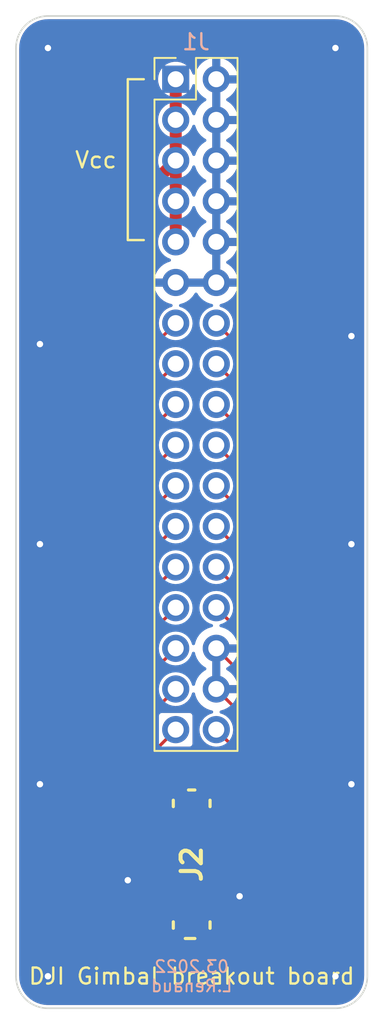
<source format=kicad_pcb>
(kicad_pcb (version 20211014) (generator pcbnew)
  (layers (0 "F.Cu" signal) (31 "B.Cu" signal) (34 "B.Paste" user) (35 "F.Paste" user) (36 "B.SilkS" user "B.Silkscreen") (37 "F.SilkS" user "F.Silkscreen") (38 "B.Mask" user) (39 "F.Mask" user) (44 "Edge.Cuts" user))
  (net 0 "")
  (net 1 "/M3_PWM3")
  (net 2 "/M3_Fault")
  (net 3 "/M3_PWM2")
  (net 4 "GND")
  (net 5 "/M3_PWM1")
  (net 6 "/M2_Fault")
  (net 7 "/M3_Hall2")
  (net 8 "/M2_PWM3")
  (net 9 "/M3_Hall1")
  (net 10 "/M2_PWM2")
  (net 11 "/M2_Hall2")
  (net 12 "/M2_PWM1")
  (net 13 "/M2_Hall1")
  (net 14 "/M1_Fault")
  (net 15 "/M1_Hall2")
  (net 16 "/M1_PWM3")
  (net 17 "/M1_Hall1")
  (net 18 "/M1_PWM2")
  (net 19 "/Vcc_Hall")
  (net 20 "/M1_PWM1")
  (net 21 "VCC")
  (footprint "SamacSys_Parts:BM20B0834DS04V53" (layer "F.Cu") (at 177 110 -90)
    (fp_text reference "J2" (at 0 0 90) (layer "F.SilkS") (effects (font (size 1.27 1.27) (thickness 0.254))))
    (fp_text value "BM20B_0.8_-34DS-0.4V_53_" hide)
    (fp_line (start 3.6 -1.15) (end 4 -1.15) (layer "F.SilkS") (width 0.2))
    (fp_line (start 4.64 0.4) (end 4.64 -0.2) (layer "F.SilkS") (width 0.2))
    (fp_line (start -4 -1.15) (end -3.6 -1.15) (layer "F.SilkS") (width 0.2))
    (fp_line (start 3.6 1.15) (end 4 1.15) (layer "F.SilkS") (width 0.2))
    (fp_line (start -4 1.15) (end -3.6 1.15) (layer "F.SilkS") (width 0.2))
    (fp_line (start -4.64 0.2) (end -4.64 -0.2) (layer "F.SilkS") (width 0.2))
    (pad "1" smd rect locked (at -3.2 1.09 270) (size 0.23 0.42) (layers "F.Cu" "F.Paste" "F.Mask") (net 1 "/M3_PWM3"))
    (pad "2" smd rect locked (at -3.2 -1.09 270) (size 0.23 0.42) (layers "F.Cu" "F.Paste" "F.Mask") (net 2 "/M3_Fault"))
    (pad "3" smd rect locked (at -2.8 1.09 270) (size 0.23 0.42) (layers "F.Cu" "F.Paste" "F.Mask") (net 3 "/M3_PWM2"))
    (pad "4" smd rect locked (at -2.8 -1.09 270) (size 0.23 0.42) (layers "F.Cu" "F.Paste" "F.Mask") (net 4 "GND"))
    (pad "5" smd rect locked (at -2.4 1.09 270) (size 0.23 0.42) (layers "F.Cu" "F.Paste" "F.Mask") (net 5 "/M3_PWM1"))
    (pad "6" smd rect locked (at -2.4 -1.09 270) (size 0.23 0.42) (layers "F.Cu" "F.Paste" "F.Mask") (net 4 "GND"))
    (pad "7" smd rect locked (at -2 1.09 270) (size 0.23 0.42) (layers "F.Cu" "F.Paste" "F.Mask") (net 6 "/M2_Fault"))
    (pad "8" smd rect locked (at -2 -1.09 270) (size 0.23 0.42) (layers "F.Cu" "F.Paste" "F.Mask") (net 7 "/M3_Hall2"))
    (pad "9" smd rect locked (at -1.6 1.09 270) (size 0.23 0.42) (layers "F.Cu" "F.Paste" "F.Mask") (net 8 "/M2_PWM3"))
    (pad "10" smd rect locked (at -1.6 -1.09 270) (size 0.23 0.42) (layers "F.Cu" "F.Paste" "F.Mask") (net 9 "/M3_Hall1"))
    (pad "11" smd rect locked (at -1.2 1.09 270) (size 0.23 0.42) (layers "F.Cu" "F.Paste" "F.Mask") (net 10 "/M2_PWM2"))
    (pad "12" smd rect locked (at -1.2 -1.09 270) (size 0.23 0.42) (layers "F.Cu" "F.Paste" "F.Mask") (net 11 "/M2_Hall2"))
    (pad "13" smd rect locked (at -0.8 1.09 270) (size 0.23 0.42) (layers "F.Cu" "F.Paste" "F.Mask") (net 12 "/M2_PWM1"))
    (pad "14" smd rect locked (at -0.8 -1.09 270) (size 0.23 0.42) (layers "F.Cu" "F.Paste" "F.Mask") (net 13 "/M2_Hall1"))
    (pad "15" smd rect locked (at -0.4 1.09 270) (size 0.23 0.42) (layers "F.Cu" "F.Paste" "F.Mask") (net 14 "/M1_Fault"))
    (pad "16" smd rect locked (at -0.4 -1.09 270) (size 0.23 0.42) (layers "F.Cu" "F.Paste" "F.Mask") (net 15 "/M1_Hall2"))
    (pad "17" smd rect locked (at 0 1.09 270) (size 0.23 0.42) (layers "F.Cu" "F.Paste" "F.Mask") (net 16 "/M1_PWM3"))
    (pad "18" smd rect locked (at 0 -1.09 270) (size 0.23 0.42) (layers "F.Cu" "F.Paste" "F.Mask") (net 17 "/M1_Hall1"))
    (pad "19" smd rect locked (at 0.4 1.09 270) (size 0.23 0.42) (layers "F.Cu" "F.Paste" "F.Mask") (net 18 "/M1_PWM2"))
    (pad "20" smd rect locked (at 0.4 -1.09 270) (size 0.23 0.42) (layers "F.Cu" "F.Paste" "F.Mask") (net 19 "/Vcc_Hall"))
    (pad "21" smd rect locked (at 0.8 1.09 270) (size 0.23 0.42) (layers "F.Cu" "F.Paste" "F.Mask") (net 20 "/M1_PWM1"))
    (pad "22" smd rect locked (at 0.8 -1.09 270) (size 0.23 0.42) (layers "F.Cu" "F.Paste" "F.Mask") (net 19 "/Vcc_Hall"))
    (pad "23" smd rect locked (at 1.2 1.09 270) (size 0.23 0.42) (layers "F.Cu" "F.Paste" "F.Mask") (net 4 "GND"))
    (pad "24" smd rect locked (at 1.2 -1.09 270) (size 0.23 0.42) (layers "F.Cu" "F.Paste" "F.Mask") (net 4 "GND"))
    (pad "25" smd rect locked (at 1.6 1.09 270) (size 0.23 0.42) (layers "F.Cu" "F.Paste" "F.Mask") (net 21 "VCC"))
    (pad "26" smd rect locked (at 1.6 -1.09 270) (size 0.23 0.42) (layers "F.Cu" "F.Paste" "F.Mask") (net 4 "GND"))
    (pad "27" smd rect locked (at 2 1.09 270) (size 0.23 0.42) (layers "F.Cu" "F.Paste" "F.Mask") (net 21 "VCC"))
    (pad "28" smd rect locked (at 2 -1.09 270) (size 0.23 0.42) (layers "F.Cu" "F.Paste" "F.Mask") (net 4 "GND"))
    (pad "29" smd rect locked (at 2.4 1.09 270) (size 0.23 0.42) (layers "F.Cu" "F.Paste" "F.Mask") (net 21 "VCC"))
    (pad "30" smd rect locked (at 2.4 -1.09 270) (size 0.23 0.42) (layers "F.Cu" "F.Paste" "F.Mask") (net 4 "GND"))
    (pad "31" smd rect locked (at 2.8 1.09 270) (size 0.23 0.42) (layers "F.Cu" "F.Paste" "F.Mask") (net 21 "VCC"))
    (pad "32" smd rect locked (at 2.8 -1.09 270) (size 0.23 0.42) (layers "F.Cu" "F.Paste" "F.Mask") (net 4 "GND"))
    (pad "33" smd rect locked (at 3.2 1.09 270) (size 0.23 0.42) (layers "F.Cu" "F.Paste" "F.Mask") (net 21 "VCC"))
    (pad "34" smd rect locked (at 3.2 -1.09 270) (size 0.23 0.42) (layers "F.Cu" "F.Paste" "F.Mask") (net 4 "GND"))
    (pad "MP1" smd rect locked (at -4.41 -0.925 270) (size 0.3 0.75) (layers "F.Cu" "F.Paste" "F.Mask"))
    (pad "MP2" smd rect locked (at -4.41 0.925 270) (size 0.3 0.75) (layers "F.Cu" "F.Paste" "F.Mask"))
    (pad "MP3" smd rect locked (at 4.41 0.925 270) (size 0.3 0.75) (layers "F.Cu" "F.Paste" "F.Mask"))
    (pad "MP4" smd rect locked (at 4.41 -0.925 270) (size 0.3 0.75) (layers "F.Cu" "F.Paste" "F.Mask"))
  )
  (footprint "Connector_PinHeader_2.54mm:PinHeader_2x17_P2.54mm_Vertical" (layer "F.Cu") (at 176 60.95)
    (fp_text reference "J1" (at 1.27 -2.33) (layer "B.SilkS") (effects (justify mirror)))
    (fp_text value "Conn_02x17_Odd_Even")
    (fp_line (start 3.87 -1.33) (end 3.87 41.97) (layer "F.SilkS") (width 0.12))
    (fp_line (start -1.33 -1.33) (end 0 -1.33) (layer "F.SilkS") (width 0.12))
    (fp_line (start -1.33 0) (end -1.33 -1.33) (layer "F.SilkS") (width 0.12))
    (fp_line (start 1.27 1.27) (end 1.27 -1.33) (layer "F.SilkS") (width 0.12))
    (fp_line (start -1.33 41.97) (end 3.87 41.97) (layer "F.SilkS") (width 0.12))
    (fp_line (start -1.33 1.27) (end 1.27 1.27) (layer "F.SilkS") (width 0.12))
    (fp_line (start -1.33 1.27) (end -1.33 41.97) (layer "F.SilkS") (width 0.12))
    (fp_line (start 1.27 -1.33) (end 3.87 -1.33) (layer "F.SilkS") (width 0.12))
    (pad "1" thru_hole rect (at 0 0) (size 1.7 1.7) (drill 1) (layers *.Cu *.Mask) (net 21 "VCC"))
    (pad "2" thru_hole oval (at 2.54 0) (size 1.7 1.7) (drill 1) (layers *.Cu *.Mask) (net 4 "GND"))
    (pad "3" thru_hole oval (at 0 2.54) (size 1.7 1.7) (drill 1) (layers *.Cu *.Mask) (net 21 "VCC"))
    (pad "4" thru_hole oval (at 2.54 2.54) (size 1.7 1.7) (drill 1) (layers *.Cu *.Mask) (net 4 "GND"))
    (pad "5" thru_hole oval (at 0 5.08) (size 1.7 1.7) (drill 1) (layers *.Cu *.Mask) (net 21 "VCC"))
    (pad "6" thru_hole oval (at 2.54 5.08) (size 1.7 1.7) (drill 1) (layers *.Cu *.Mask) (net 4 "GND"))
    (pad "7" thru_hole oval (at 0 7.62) (size 1.7 1.7) (drill 1) (layers *.Cu *.Mask) (net 21 "VCC"))
    (pad "8" thru_hole oval (at 2.54 7.62) (size 1.7 1.7) (drill 1) (layers *.Cu *.Mask) (net 4 "GND"))
    (pad "9" thru_hole oval (at 0 10.16) (size 1.7 1.7) (drill 1) (layers *.Cu *.Mask) (net 21 "VCC"))
    (pad "10" thru_hole oval (at 2.54 10.16) (size 1.7 1.7) (drill 1) (layers *.Cu *.Mask) (net 4 "GND"))
    (pad "11" thru_hole oval (at 0 12.7) (size 1.7 1.7) (drill 1) (layers *.Cu *.Mask) (net 4 "GND"))
    (pad "12" thru_hole oval (at 2.54 12.7) (size 1.7 1.7) (drill 1) (layers *.Cu *.Mask) (net 4 "GND"))
    (pad "13" thru_hole oval (at 0 15.24) (size 1.7 1.7) (drill 1) (layers *.Cu *.Mask) (net 20 "/M1_PWM1"))
    (pad "14" thru_hole oval (at 2.54 15.24) (size 1.7 1.7) (drill 1) (layers *.Cu *.Mask) (net 19 "/Vcc_Hall"))
    (pad "15" thru_hole oval (at 0 17.78) (size 1.7 1.7) (drill 1) (layers *.Cu *.Mask) (net 18 "/M1_PWM2"))
    (pad "16" thru_hole oval (at 2.54 17.78) (size 1.7 1.7) (drill 1) (layers *.Cu *.Mask) (net 19 "/Vcc_Hall"))
    (pad "17" thru_hole oval (at 0 20.32) (size 1.7 1.7) (drill 1) (layers *.Cu *.Mask) (net 16 "/M1_PWM3"))
    (pad "18" thru_hole oval (at 2.54 20.32) (size 1.7 1.7) (drill 1) (layers *.Cu *.Mask) (net 17 "/M1_Hall1"))
    (pad "19" thru_hole oval (at 0 22.86) (size 1.7 1.7) (drill 1) (layers *.Cu *.Mask) (net 14 "/M1_Fault"))
    (pad "20" thru_hole oval (at 2.54 22.86) (size 1.7 1.7) (drill 1) (layers *.Cu *.Mask) (net 15 "/M1_Hall2"))
    (pad "21" thru_hole oval (at 0 25.4) (size 1.7 1.7) (drill 1) (layers *.Cu *.Mask) (net 12 "/M2_PWM1"))
    (pad "22" thru_hole oval (at 2.54 25.4) (size 1.7 1.7) (drill 1) (layers *.Cu *.Mask) (net 13 "/M2_Hall1"))
    (pad "23" thru_hole oval (at 0 27.94) (size 1.7 1.7) (drill 1) (layers *.Cu *.Mask) (net 10 "/M2_PWM2"))
    (pad "24" thru_hole oval (at 2.54 27.94) (size 1.7 1.7) (drill 1) (layers *.Cu *.Mask) (net 11 "/M2_Hall2"))
    (pad "25" thru_hole oval (at 0 30.48) (size 1.7 1.7) (drill 1) (layers *.Cu *.Mask) (net 8 "/M2_PWM3"))
    (pad "26" thru_hole oval (at 2.54 30.48) (size 1.7 1.7) (drill 1) (layers *.Cu *.Mask) (net 9 "/M3_Hall1"))
    (pad "27" thru_hole oval (at 0 33.02) (size 1.7 1.7) (drill 1) (layers *.Cu *.Mask) (net 6 "/M2_Fault"))
    (pad "28" thru_hole oval (at 2.54 33.02) (size 1.7 1.7) (drill 1) (layers *.Cu *.Mask) (net 7 "/M3_Hall2"))
    (pad "29" thru_hole oval (at 0 35.56) (size 1.7 1.7) (drill 1) (layers *.Cu *.Mask) (net 5 "/M3_PWM1"))
    (pad "30" thru_hole oval (at 2.54 35.56) (size 1.7 1.7) (drill 1) (layers *.Cu *.Mask) (net 4 "GND"))
    (pad "31" thru_hole oval (at 0 38.1) (size 1.7 1.7) (drill 1) (layers *.Cu *.Mask) (net 3 "/M3_PWM2"))
    (pad "32" thru_hole oval (at 2.54 38.1) (size 1.7 1.7) (drill 1) (layers *.Cu *.Mask) (net 4 "GND"))
    (pad "33" thru_hole oval (at 0 40.64) (size 1.7 1.7) (drill 1) (layers *.Cu *.Mask) (net 1 "/M3_PWM3"))
    (pad "34" thru_hole oval (at 2.54 40.64) (size 1.7 1.7) (drill 1) (layers *.Cu *.Mask) (net 2 "/M3_Fault"))
  )
  (gr_line (start 174 60.95) (end 173 60.95) (layer "F.SilkS") (width 0.15))
  (gr_line (start 173 60.95) (end 173 71) (layer "F.SilkS") (width 0.15))
  (gr_line (start 173 71) (end 174 71) (layer "F.SilkS") (width 0.15))
  (gr_line (start 168 57) (end 186 57) (layer "Edge.Cuts") (width 0.1))
  (gr_line (start 166 59) (end 166 117) (layer "Edge.Cuts") (width 0.1))
  (gr_arc (start 188 117) (mid 187.414214 118.414214) (end 186 119) (layer "Edge.Cuts") (width 0.1))
  (gr_arc (start 166 59) (mid 166.585786 57.585786) (end 168 57) (layer "Edge.Cuts") (width 0.1))
  (gr_arc (start 168 119) (mid 166.585786 118.414214) (end 166 117) (layer "Edge.Cuts") (width 0.1))
  (gr_line (start 168 119) (end 186 119) (layer "Edge.Cuts") (width 0.1))
  (gr_line (start 188 117) (end 188 59) (layer "Edge.Cuts") (width 0.1))
  (gr_arc (start 186 57) (mid 187.414214 57.585786) (end 188 59) (layer "Edge.Cuts") (width 0.1))
  (gr_text "03.2022\nL.Renaud" (at 177 117) (layer "B.SilkS") (effects (font (size 0.75 0.75) (thickness 0.12)) (justify mirror)))
  (gr_text "Vcc" (at 171 66) (layer "F.SilkS") (effects (font (size 1 1))))
  (gr_text "DJI Gimbal breakout board" (at 177 117) (layer "F.SilkS") (effects (font (size 1 1))))
  (segment (start 175.91 106.8) (end 175.8 106.8) (width 0.2) (layer "F.Cu") (net 1))
  (segment (start 175 102.6) (end 176 101.6) (width 0.2) (layer "F.Cu") (net 1))
  (segment (start 175.8 106.8) (end 175 106) (width 0.2) (layer "F.Cu") (net 1))
  (segment (start 175 106) (end 175 102.6) (width 0.2) (layer "F.Cu") (net 1))
  (segment (start 178.09 106.8) (end 179.39 105.5) (width 0.2) (layer "F.Cu") (net 2))
  (segment (start 179.39 102.45) (end 178.54 101.6) (width 0.2) (layer "F.Cu") (net 2))
  (segment (start 179.39 105.5) (end 179.39 102.45) (width 0.2) (layer "F.Cu") (net 2))
  (segment (start 175.485978 107.2) (end 174.650481 106.364503) (width 0.2) (layer "F.Cu") (net 3))
  (segment (start 174.650481 100.409519) (end 176 99.06) (width 0.2) (layer "F.Cu") (net 3))
  (segment (start 174.650481 106.364503) (end 174.650481 100.409519) (width 0.2) (layer "F.Cu") (net 3))
  (segment (start 175.91 107.2) (end 175.485978 107.2) (width 0.2) (layer "F.Cu") (net 3))
  (segment (start 175.91 111.2) (end 178.09 111.2) (width 0.2) (layer "F.Cu") (net 4))
  (segment (start 178.514022 107.2) (end 179.739519 105.974503) (width 0.2) (layer "F.Cu") (net 4))
  (segment (start 180.089039 106.119278) (end 180.089039 98.069039) (width 0.2) (layer "F.Cu") (net 4))
  (segment (start 179.739519 100.259519) (end 178.54 99.06) (width 0.2) (layer "F.Cu") (net 4))
  (segment (start 178.608318 107.6) (end 180.089039 106.119278) (width 0.2) (layer "F.Cu") (net 4))
  (segment (start 178.09 107.2) (end 178.514022 107.2) (width 0.2) (layer "F.Cu") (net 4))
  (segment (start 178.09 107.6) (end 178.608318 107.6) (width 0.2) (layer "F.Cu") (net 4))
  (segment (start 180.089039 98.069039) (end 178.54 96.52) (width 0.2) (layer "F.Cu") (net 4))
  (segment (start 179.739519 105.974503) (end 179.739519 100.259519) (width 0.2) (layer "F.Cu") (net 4))
  (via (at 187 77) (size 0.8) (drill 0.4) (layers "F.Cu" "B.Cu") (net 4))
  (via (at 167.5 77.5) (size 0.8) (drill 0.4) (layers "F.Cu" "B.Cu") (net 4))
  (via (at 186 59) (size 0.8) (drill 0.4) (layers "F.Cu" "B.Cu") (net 4))
  (via (at 186 117) (size 0.8) (drill 0.4) (layers "F.Cu" "B.Cu") (net 4))
  (via (at 168 59) (size 0.8) (drill 0.4) (layers "F.Cu" "B.Cu") (net 4))
  (via (at 167.5 105) (size 0.8) (drill 0.4) (layers "F.Cu" "B.Cu") (net 4))
  (via (at 173 111) (size 0.8) (drill 0.4) (layers "F.Cu" "B.Cu") (net 4))
  (via (at 187 105) (size 0.8) (drill 0.4) (layers "F.Cu" "B.Cu") (net 4))
  (via (at 187 90) (size 0.8) (drill 0.4) (layers "F.Cu" "B.Cu") (net 4))
  (via (at 167.5 90) (size 0.8) (drill 0.4) (layers "F.Cu" "B.Cu") (net 4))
  (via (at 168 117) (size 0.8) (drill 0.4) (layers "F.Cu" "B.Cu") (net 4))
  (via (at 180 112) (size 0.8) (drill 0.4) (layers "F.Cu" "B.Cu") (net 4))
  (segment (start 175.391682 107.6) (end 174.300961 106.509278) (width 0.2) (layer "F.Cu") (net 5))
  (segment (start 174.300961 106.509278) (end 174.300961 98.219039) (width 0.2) (layer "F.Cu") (net 5))
  (segment (start 174.300961 98.219039) (end 176 96.52) (width 0.2) (layer "F.Cu") (net 5))
  (segment (start 175.91 107.6) (end 175.391682 107.6) (width 0.2) (layer "F.Cu") (net 5))
  (segment (start 173.951441 96.028559) (end 173.951442 106.654055) (width 0.2) (layer "F.Cu") (net 6))
  (segment (start 173.951442 106.654055) (end 175.297387 108) (width 0.2) (layer "F.Cu") (net 6))
  (segment (start 176 93.98) (end 173.951441 96.028559) (width 0.2) (layer "F.Cu") (net 6))
  (segment (start 175.297387 108) (end 175.91 108) (width 0.2) (layer "F.Cu") (net 6))
  (segment (start 179 108) (end 178.09 108) (width 0.2) (layer "F.Cu") (net 7))
  (segment (start 180.438558 106.561442) (end 179 108) (width 0.2) (layer "F.Cu") (net 7))
  (segment (start 180.438558 95.878558) (end 180.438558 106.561442) (width 0.2) (layer "F.Cu") (net 7))
  (segment (start 178.54 93.98) (end 180.438558 95.878558) (width 0.2) (layer "F.Cu") (net 7))
  (segment (start 173.601922 106.798831) (end 173.601922 93.838078) (width 0.2) (layer "F.Cu") (net 8))
  (segment (start 173.601922 93.838078) (end 176 91.44) (width 0.2) (layer "F.Cu") (net 8))
  (segment (start 175.203091 108.4) (end 173.601922 106.798831) (width 0.2) (layer "F.Cu") (net 8))
  (segment (start 175.91 108.4) (end 175.203091 108.4) (width 0.2) (layer "F.Cu") (net 8))
  (segment (start 180.788078 93.688078) (end 178.54 91.44) (width 0.2) (layer "F.Cu") (net 9))
  (segment (start 180.788078 106.706217) (end 180.788078 93.688078) (width 0.2) (layer "F.Cu") (net 9))
  (segment (start 179.094295 108.4) (end 180.788078 106.706217) (width 0.2) (layer "F.Cu") (net 9))
  (segment (start 178.09 108.4) (end 179.094295 108.4) (width 0.2) (layer "F.Cu") (net 9))
  (segment (start 174.8 108.8) (end 175.91 108.8) (width 0.2) (layer "F.Cu") (net 10))
  (segment (start 173.252403 107.252403) (end 174.8 108.8) (width 0.2) (layer "F.Cu") (net 10))
  (segment (start 176 88.9) (end 173.252403 91.647597) (width 0.2) (layer "F.Cu") (net 10))
  (segment (start 173.252403 91.647597) (end 173.252403 107.252403) (width 0.2) (layer "F.Cu") (net 10))
  (segment (start 181.137598 91.497598) (end 178.54 88.9) (width 0.2) (layer "F.Cu") (net 11))
  (segment (start 178.09 108.8) (end 179.18859 108.8) (width 0.2) (layer "F.Cu") (net 11))
  (segment (start 181.137598 106.850992) (end 181.137598 91.497598) (width 0.2) (layer "F.Cu") (net 11))
  (segment (start 179.18859 108.8) (end 181.137598 106.850992) (width 0.2) (layer "F.Cu") (net 11))
  (segment (start 175.91 109.2) (end 174.705705 109.2) (width 0.2) (layer "F.Cu") (net 12))
  (segment (start 174.705705 109.2) (end 172.902883 107.397178) (width 0.2) (layer "F.Cu") (net 12))
  (segment (start 172.902883 89.457117) (end 176 86.36) (width 0.2) (layer "F.Cu") (net 12))
  (segment (start 172.902883 107.397178) (end 172.902883 89.457117) (width 0.2) (layer "F.Cu") (net 12))
  (segment (start 181.487118 89.307118) (end 181.487117 106.995769) (width 0.2) (layer "F.Cu") (net 13))
  (segment (start 178.54 86.36) (end 181.487118 89.307118) (width 0.2) (layer "F.Cu") (net 13))
  (segment (start 181.487117 106.995769) (end 179.282886 109.2) (width 0.2) (layer "F.Cu") (net 13))
  (segment (start 179.282886 109.2) (end 178.09 109.2) (width 0.2) (layer "F.Cu") (net 13))
  (segment (start 172.553363 87.266637) (end 176 83.82) (width 0.2) (layer "F.Cu") (net 14))
  (segment (start 174.61141 109.6) (end 172.553363 107.541953) (width 0.2) (layer "F.Cu") (net 14))
  (segment (start 175.91 109.6) (end 174.61141 109.6) (width 0.2) (layer "F.Cu") (net 14))
  (segment (start 172.553363 107.541953) (end 172.553363 87.266637) (width 0.2) (layer "F.Cu") (net 14))
  (segment (start 181.836638 107.140543) (end 181.836638 87.116638) (width 0.2) (layer "F.Cu") (net 15))
  (segment (start 179.377181 109.6) (end 181.836638 107.140543) (width 0.2) (layer "F.Cu") (net 15))
  (segment (start 181.836638 87.116638) (end 178.54 83.82) (width 0.2) (layer "F.Cu") (net 15))
  (segment (start 178.09 109.6) (end 179.377181 109.6) (width 0.2) (layer "F.Cu") (net 15))
  (segment (start 174.517115 110) (end 172.203843 107.686728) (width 0.2) (layer "F.Cu") (net 16))
  (segment (start 175.91 110) (end 174.517115 110) (width 0.2) (layer "F.Cu") (net 16))
  (segment (start 172.203843 107.686728) (end 172.203843 85.076157) (width 0.2) (layer "F.Cu") (net 16))
  (segment (start 172.203843 85.076157) (end 176 81.28) (width 0.2) (layer "F.Cu") (net 16))
  (segment (start 182.186158 84.926158) (end 182.186157 87.261415) (width 0.2) (layer "F.Cu") (net 17))
  (segment (start 178.54 81.28) (end 182.186158 84.926158) (width 0.2) (layer "F.Cu") (net 17))
  (segment (start 182.186157 87.261415) (end 182.186157 107.28532) (width 0.2) (layer "F.Cu") (net 17))
  (segment (start 182.186157 107.28532) (end 179.471477 110) (width 0.2) (layer "F.Cu") (net 17))
  (segment (start 179.471477 110) (end 178.09 110) (width 0.2) (layer "F.Cu") (net 17))
  (segment (start 171.854324 107.831505) (end 174.422819 110.4) (width 0.2) (layer "F.Cu") (net 18))
  (segment (start 171.854323 82.885677) (end 171.854324 107.831505) (width 0.2) (layer "F.Cu") (net 18))
  (segment (start 176 78.74) (end 171.854323 82.885677) (width 0.2) (layer "F.Cu") (net 18))
  (segment (start 174.422819 110.4) (end 175.91 110.4) (width 0.2) (layer "F.Cu") (net 18))
  (segment (start 179.660068 110.8) (end 178.09 110.8) (width 0.2) (layer "F.Cu") (net 19))
  (segment (start 182.535676 107.430096) (end 182.535676 82.735676) (width 0.2) (layer "F.Cu") (net 19))
  (segment (start 178.54 76.2) (end 182.885195 80.545195) (width 0.2) (layer "F.Cu") (net 19))
  (segment (start 182.885195 107.574873) (end 179.660068 110.8) (width 0.2) (layer "F.Cu") (net 19))
  (segment (start 182.885195 80.545195) (end 182.885195 107.574873) (width 0.2) (layer "F.Cu") (net 19))
  (segment (start 182.535676 82.735676) (end 178.54 78.74) (width 0.2) (layer "F.Cu") (net 19))
  (segment (start 179.565772 110.4) (end 182.535676 107.430096) (width 0.2) (layer "F.Cu") (net 19))
  (segment (start 178.09 110.4) (end 179.565772 110.4) (width 0.2) (layer "F.Cu") (net 19))
  (segment (start 171.504804 107.97628) (end 171.504804 80.695196) (width 0.2) (layer "F.Cu") (net 20))
  (segment (start 174.328523 110.8) (end 171.504804 107.97628) (width 0.2) (layer "F.Cu") (net 20))
  (segment (start 175.91 110.8) (end 174.328523 110.8) (width 0.2) (layer "F.Cu") (net 20))
  (segment (start 171.504804 80.695196) (end 176 76.2) (width 0.2) (layer "F.Cu") (net 20))
  (segment (start 176 66.04) (end 170 72.04) (width 0.75) (layer "F.Cu") (net 21))
  (segment (start 172.4 112.4) (end 175.91 112.4) (width 0.75) (layer "F.Cu") (net 21))
  (segment (start 176 71.12) (end 176 60.96) (width 0.75) (layer "F.Cu") (net 21))
  (segment (start 175.91 111.6) (end 175.91 113.2) (width 0.2) (layer "F.Cu") (net 21))
  (segment (start 170 110) (end 172.4 112.4) (width 0.75) (layer "F.Cu") (net 21))
  (segment (start 170 72.04) (end 170 110) (width 0.75) (layer "F.Cu") (net 21))
  (zone (net 4) (net_name "GND") (layers F&B.Cu) (connect_pads thru_hole_only (clearance 0.2)) (min_thickness 0.2) (fill yes (thermal_gap 0.508) (thermal_bridge_width 0.508))
    (polygon (pts (xy 189 120) (xy 165 120) (xy 165 56) (xy 189 56)))
  )
)
</source>
